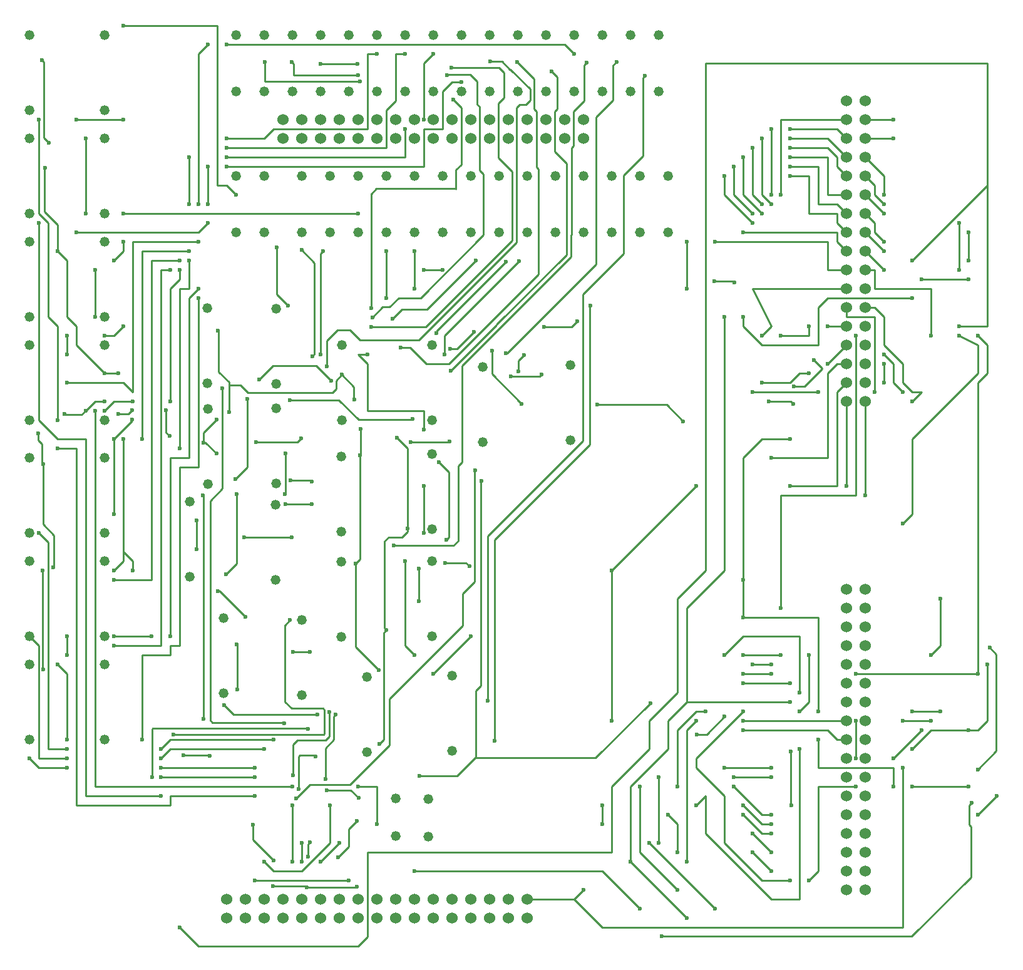
<source format=gbr>
G04 #@! TF.FileFunction,Copper,L2,Bot,Signal*
%FSLAX46Y46*%
G04 Gerber Fmt 4.6, Leading zero omitted, Abs format (unit mm)*
G04 Created by KiCad (PCBNEW 4.0.4-stable) date 01/02/17 01:37:36*
%MOMM*%
%LPD*%
G01*
G04 APERTURE LIST*
%ADD10C,0.100000*%
%ADD11C,1.320800*%
%ADD12C,1.530000*%
%ADD13C,0.600000*%
%ADD14C,0.250000*%
G04 APERTURE END LIST*
D10*
D11*
X111810800Y-142570200D03*
X111810800Y-147650200D03*
X116179600Y-142697200D03*
X116179600Y-147777200D03*
D12*
X137160000Y-50800000D03*
X137160000Y-53340000D03*
X134620000Y-50800000D03*
X134620000Y-53340000D03*
X132080000Y-50800000D03*
X132080000Y-53340000D03*
X129540000Y-50800000D03*
X129540000Y-53340000D03*
X127000000Y-50800000D03*
X127000000Y-53340000D03*
X124460000Y-50800000D03*
X124460000Y-53340000D03*
X121920000Y-50800000D03*
X121920000Y-53340000D03*
X119380000Y-50800000D03*
X119380000Y-53340000D03*
X116840000Y-50800000D03*
X116840000Y-53340000D03*
X114300000Y-50800000D03*
X114300000Y-53340000D03*
X111760000Y-50800000D03*
X111760000Y-53340000D03*
X109220000Y-50800000D03*
X109220000Y-53340000D03*
X106680000Y-50800000D03*
X106680000Y-53340000D03*
X104140000Y-50800000D03*
X104140000Y-53340000D03*
X101600000Y-50800000D03*
X101600000Y-53340000D03*
X99060000Y-50800000D03*
X99060000Y-53340000D03*
X96520000Y-50800000D03*
X96520000Y-53340000D03*
X175260000Y-88900000D03*
X172720000Y-88900000D03*
X175260000Y-86360000D03*
X172720000Y-86360000D03*
X175260000Y-83820000D03*
X172720000Y-83820000D03*
X175260000Y-81280000D03*
X172720000Y-81280000D03*
X175260000Y-78740000D03*
X172720000Y-78740000D03*
X175260000Y-76200000D03*
X172720000Y-76200000D03*
X175260000Y-73660000D03*
X172720000Y-73660000D03*
X175260000Y-71120000D03*
X172720000Y-71120000D03*
X175260000Y-68580000D03*
X172720000Y-68580000D03*
X175260000Y-66040000D03*
X172720000Y-66040000D03*
X175260000Y-63500000D03*
X172720000Y-63500000D03*
X175260000Y-60960000D03*
X172720000Y-60960000D03*
X175260000Y-58420000D03*
X172720000Y-58420000D03*
X175260000Y-55880000D03*
X172720000Y-55880000D03*
X175260000Y-53340000D03*
X172720000Y-53340000D03*
X175260000Y-50800000D03*
X172720000Y-50800000D03*
X175260000Y-48260000D03*
X172720000Y-48260000D03*
X175260000Y-154940000D03*
X172720000Y-154940000D03*
X175260000Y-152400000D03*
X172720000Y-152400000D03*
X175260000Y-149860000D03*
X172720000Y-149860000D03*
X175260000Y-147320000D03*
X172720000Y-147320000D03*
X175260000Y-144780000D03*
X172720000Y-144780000D03*
X175260000Y-142240000D03*
X172720000Y-142240000D03*
X175260000Y-139700000D03*
X172720000Y-139700000D03*
X175260000Y-137160000D03*
X172720000Y-137160000D03*
X175260000Y-134620000D03*
X172720000Y-134620000D03*
X175260000Y-132080000D03*
X172720000Y-132080000D03*
X175260000Y-129540000D03*
X172720000Y-129540000D03*
X175260000Y-127000000D03*
X172720000Y-127000000D03*
X175260000Y-124460000D03*
X172720000Y-124460000D03*
X175260000Y-121920000D03*
X172720000Y-121920000D03*
X175260000Y-119380000D03*
X172720000Y-119380000D03*
X175260000Y-116840000D03*
X172720000Y-116840000D03*
X175260000Y-114300000D03*
X172720000Y-114300000D03*
X88900000Y-158750000D03*
X88900000Y-156210000D03*
X91440000Y-158750000D03*
X91440000Y-156210000D03*
X93980000Y-158750000D03*
X93980000Y-156210000D03*
X96520000Y-158750000D03*
X96520000Y-156210000D03*
X99060000Y-158750000D03*
X99060000Y-156210000D03*
X101600000Y-158750000D03*
X101600000Y-156210000D03*
X104140000Y-158750000D03*
X104140000Y-156210000D03*
X106680000Y-158750000D03*
X106680000Y-156210000D03*
X109220000Y-158750000D03*
X109220000Y-156210000D03*
X111760000Y-158750000D03*
X111760000Y-156210000D03*
X114300000Y-158750000D03*
X114300000Y-156210000D03*
X116840000Y-158750000D03*
X116840000Y-156210000D03*
X119380000Y-158750000D03*
X119380000Y-156210000D03*
X121920000Y-158750000D03*
X121920000Y-156210000D03*
X124460000Y-158750000D03*
X124460000Y-156210000D03*
X127000000Y-158750000D03*
X127000000Y-156210000D03*
X129540000Y-158750000D03*
X129540000Y-156210000D03*
D11*
X90170000Y-39370000D03*
X90170000Y-46990000D03*
X93980000Y-66040000D03*
X93980000Y-58420000D03*
X93980000Y-39370000D03*
X93980000Y-46990000D03*
X99060000Y-66040000D03*
X99060000Y-58420000D03*
X97790000Y-39370000D03*
X97790000Y-46990000D03*
X102870000Y-66040000D03*
X102870000Y-58420000D03*
X101600000Y-39370000D03*
X101600000Y-46990000D03*
X106680000Y-66040000D03*
X106680000Y-58420000D03*
X105410000Y-39370000D03*
X105410000Y-46990000D03*
X110490000Y-66040000D03*
X110490000Y-58420000D03*
X109220000Y-39370000D03*
X109220000Y-46990000D03*
X114300000Y-66040000D03*
X114300000Y-58420000D03*
X113030000Y-39370000D03*
X113030000Y-46990000D03*
X118110000Y-66040000D03*
X118110000Y-58420000D03*
X116840000Y-39370000D03*
X116840000Y-46990000D03*
X121920000Y-66040000D03*
X121920000Y-58420000D03*
X120650000Y-39370000D03*
X120650000Y-46990000D03*
X125730000Y-66040000D03*
X125730000Y-58420000D03*
X124460000Y-39370000D03*
X124460000Y-46990000D03*
X129540000Y-66040000D03*
X129540000Y-58420000D03*
X128270000Y-39370000D03*
X128270000Y-46990000D03*
X133350000Y-66040000D03*
X133350000Y-58420000D03*
X132080000Y-39370000D03*
X132080000Y-46990000D03*
X137160000Y-66040000D03*
X137160000Y-58420000D03*
X135890000Y-39370000D03*
X135890000Y-46990000D03*
X140970000Y-66040000D03*
X140970000Y-58420000D03*
X139700000Y-39370000D03*
X139700000Y-46990000D03*
X144780000Y-66040000D03*
X144780000Y-58420000D03*
X143510000Y-39370000D03*
X143510000Y-46990000D03*
X148590000Y-66040000D03*
X148590000Y-58420000D03*
X147320000Y-39370000D03*
X147320000Y-46990000D03*
X107873800Y-126187200D03*
X107873800Y-136347200D03*
X119405400Y-125984000D03*
X119405400Y-136144000D03*
X123520200Y-84302600D03*
X123520200Y-94462600D03*
X135407400Y-94183200D03*
X135407400Y-84023200D03*
X104394000Y-110617000D03*
X104394000Y-120777000D03*
X116713000Y-110490000D03*
X116713000Y-120650000D03*
X62230000Y-91440000D03*
X62230000Y-81280000D03*
X72390000Y-81280000D03*
X72390000Y-91440000D03*
X104394000Y-96393000D03*
X104394000Y-106553000D03*
X116713000Y-96012000D03*
X116713000Y-106172000D03*
X104495600Y-81280000D03*
X104495600Y-91440000D03*
X116687600Y-91440000D03*
X116687600Y-81280000D03*
X88519000Y-118237000D03*
X88519000Y-128397000D03*
X99060000Y-118491000D03*
X99060000Y-128651000D03*
X62230000Y-67310000D03*
X62230000Y-77470000D03*
X72390000Y-67310000D03*
X72390000Y-77470000D03*
X62230000Y-96520000D03*
X62230000Y-106680000D03*
X72390000Y-106680000D03*
X72390000Y-96520000D03*
X62230000Y-110490000D03*
X62230000Y-120650000D03*
X72390000Y-110490000D03*
X72390000Y-120650000D03*
X62230000Y-124460000D03*
X62230000Y-134620000D03*
X72390000Y-124460000D03*
X72390000Y-134620000D03*
X62230000Y-53340000D03*
X62230000Y-63500000D03*
X72390000Y-53340000D03*
X72390000Y-63500000D03*
X86385400Y-89941400D03*
X86385400Y-100101400D03*
X95605600Y-89865200D03*
X95605600Y-100025200D03*
X83947000Y-102514400D03*
X83947000Y-112674400D03*
X95554800Y-102870000D03*
X95554800Y-113030000D03*
X86309200Y-76276200D03*
X86309200Y-86436200D03*
X95605600Y-86588600D03*
X95605600Y-76428600D03*
X62230000Y-39370000D03*
X62230000Y-49530000D03*
X72390000Y-49530000D03*
X72390000Y-39370000D03*
X90170000Y-66040000D03*
X90170000Y-58420000D03*
D13*
X102489000Y-141503400D03*
X106756200Y-142544800D03*
X98653600Y-141325600D03*
X100914200Y-136956800D03*
X97790000Y-140970000D03*
X71120000Y-90170000D03*
X102260400Y-139954000D03*
X103682800Y-131241800D03*
X97866200Y-139446000D03*
X102819200Y-130911600D03*
X101219000Y-131241800D03*
X88595200Y-129971800D03*
X99923600Y-133172200D03*
X78841600Y-139750800D03*
X95250000Y-134620000D03*
X80010000Y-135890000D03*
X67310000Y-135890000D03*
X63500000Y-106680000D03*
X80010000Y-137160000D03*
X67310000Y-137160000D03*
X93980000Y-135890000D03*
X92710000Y-138430000D03*
X80010000Y-138430000D03*
X67310000Y-138430000D03*
X62230000Y-137160000D03*
X92710000Y-139700000D03*
X80010000Y-139700000D03*
X80010000Y-142240000D03*
X63500000Y-64770000D03*
X85775800Y-131851400D03*
X85699600Y-101650800D03*
X88366600Y-87147400D03*
X96748600Y-132410200D03*
X92710000Y-142240000D03*
X66040000Y-95250000D03*
X66040000Y-91440000D03*
X63500000Y-50800000D03*
X103987600Y-150545800D03*
X106553000Y-145669000D03*
X146202400Y-129717800D03*
X152501600Y-133934200D03*
X156210000Y-131546600D03*
X131826000Y-78892400D03*
X136296400Y-78130400D03*
X154889200Y-72694800D03*
X157581600Y-72821800D03*
X123367800Y-99720400D03*
X115036600Y-139573000D03*
X109575600Y-135229600D03*
X128828800Y-89281000D03*
X124790200Y-82067400D03*
X122351800Y-79552800D03*
X119176800Y-81813400D03*
X110540800Y-119862600D03*
X113360200Y-106121200D03*
X111937800Y-93878400D03*
X103047800Y-86131400D03*
X93294200Y-86004400D03*
X90398600Y-127914400D03*
X90271600Y-121767600D03*
X83058000Y-136728200D03*
X86639400Y-136855200D03*
X90297000Y-101473000D03*
X88798400Y-112318800D03*
X90068400Y-99466400D03*
X91694000Y-88620600D03*
X76123800Y-91363800D03*
X67310000Y-134620000D03*
X66040000Y-124460000D03*
X67310000Y-120650000D03*
X67310000Y-123190000D03*
X73660000Y-104140000D03*
X73660000Y-93980000D03*
X67310000Y-82550000D03*
X67310000Y-80010000D03*
X71120000Y-77470000D03*
X71120000Y-71120000D03*
X69850000Y-53340000D03*
X69850000Y-63500000D03*
X158750000Y-77470000D03*
X181610000Y-74930000D03*
X156210000Y-123190000D03*
X166370000Y-128270000D03*
X140970000Y-111760000D03*
X121920000Y-120650000D03*
X116840000Y-125730000D03*
X114300000Y-123190000D03*
X113030000Y-110490000D03*
X115570000Y-106680000D03*
X115570000Y-100330000D03*
X115570000Y-92710000D03*
X107950000Y-82550000D03*
X106680000Y-140970000D03*
X109220000Y-146050000D03*
X149860000Y-149860000D03*
X148590000Y-144780000D03*
X139700000Y-146050000D03*
X139700000Y-143510000D03*
X140970000Y-132080000D03*
X152400000Y-100330000D03*
X189661800Y-143230600D03*
X147751800Y-161213800D03*
X165277800Y-143560800D03*
X165176200Y-136220200D03*
X190500000Y-138684000D03*
X192100200Y-122199400D03*
X127330200Y-85547200D03*
X131521200Y-85267800D03*
X139039600Y-89382600D03*
X150672800Y-91617800D03*
X162229800Y-88925400D03*
X165506400Y-89230200D03*
X165633400Y-86918800D03*
X168325800Y-83362800D03*
X109499400Y-125272800D03*
X106375200Y-110845600D03*
X106222800Y-88696800D03*
X107035600Y-92659200D03*
X106984800Y-96215200D03*
X106527600Y-154533600D03*
X104521000Y-85318600D03*
X92481400Y-146151600D03*
X95300800Y-151003000D03*
X95173800Y-154457400D03*
X99796600Y-154660600D03*
X99949000Y-150495000D03*
X100203000Y-148564600D03*
X84861400Y-105054400D03*
X84861400Y-108940600D03*
X87706200Y-114604800D03*
X91440000Y-118084600D03*
X87757000Y-79375000D03*
X89230200Y-90347800D03*
X87528400Y-95935800D03*
X87604600Y-91363800D03*
X85801200Y-94488000D03*
X81229200Y-93624400D03*
X80746600Y-90144600D03*
X76123800Y-90119200D03*
X74295000Y-90652600D03*
X74295000Y-85115400D03*
X64135000Y-125196600D03*
X64058800Y-111760000D03*
X65455800Y-111404400D03*
X64084200Y-97434400D03*
X63474600Y-93268800D03*
X66954400Y-90652600D03*
X64389000Y-57353200D03*
X64846200Y-54000400D03*
X63906400Y-42799000D03*
X66040000Y-68580000D03*
X72390000Y-85090000D03*
X72390000Y-88900000D03*
X69850000Y-90170000D03*
X114909600Y-111531400D03*
X114884200Y-115900200D03*
X118491000Y-110769400D03*
X121742200Y-111226600D03*
X117627400Y-97155000D03*
X118643400Y-107645200D03*
X97434400Y-88747600D03*
X114071400Y-91338400D03*
X81762600Y-133985000D03*
X97510600Y-118516400D03*
X96901000Y-102793800D03*
X100406200Y-102844600D03*
X96901000Y-95935800D03*
X96774000Y-101473000D03*
X73660000Y-111760000D03*
X74930000Y-93980000D03*
X76200000Y-111760000D03*
X72390000Y-80010000D03*
X74930000Y-78740000D03*
X124256800Y-129362200D03*
X145440400Y-44932600D03*
X125171200Y-134797800D03*
X138125200Y-75971400D03*
X126644400Y-82372200D03*
X141630400Y-43027600D03*
X128371600Y-84861400D03*
X129133600Y-82651600D03*
X111556800Y-108407200D03*
X137617200Y-43103800D03*
X67310000Y-86360000D03*
X85090000Y-67310000D03*
X85090000Y-62230000D03*
X86360000Y-40640000D03*
X88900000Y-40640000D03*
X135890000Y-41910000D03*
X113817400Y-94411800D03*
X119075200Y-94386400D03*
X119253000Y-84785200D03*
X132867400Y-44348400D03*
X112471200Y-81661000D03*
X128244600Y-43078400D03*
X97866200Y-122834400D03*
X100177600Y-122809000D03*
X102438200Y-84201000D03*
X124536200Y-42976800D03*
X68580000Y-66040000D03*
X86360000Y-64770000D03*
X86360000Y-62230000D03*
X86360000Y-57150000D03*
X88900000Y-57150000D03*
X120650000Y-45720000D03*
X77470000Y-93980000D03*
X83820000Y-68580000D03*
X83820000Y-62230000D03*
X83820000Y-55880000D03*
X88900000Y-55880000D03*
X113030000Y-52070000D03*
X115570000Y-50800000D03*
X116840000Y-41910000D03*
X73660000Y-113030000D03*
X82550000Y-69850000D03*
X88900000Y-54610000D03*
X113030000Y-41910000D03*
X73660000Y-121920000D03*
X81280000Y-71120000D03*
X88900000Y-53340000D03*
X109220000Y-41910000D03*
X68580000Y-50800000D03*
X74930000Y-50800000D03*
X92862400Y-94437200D03*
X99009200Y-93929200D03*
X108508800Y-78841600D03*
X119354600Y-43764200D03*
X106629200Y-43307000D03*
X101600000Y-43307000D03*
X91262200Y-107340400D03*
X97688400Y-107289600D03*
X108635800Y-77571600D03*
X118694200Y-44805600D03*
X106680000Y-44805600D03*
X97739200Y-43078400D03*
X108458000Y-76276200D03*
X119583200Y-48158400D03*
X106959400Y-45643800D03*
X94056200Y-43027600D03*
X74930000Y-38100000D03*
X90170000Y-60960000D03*
X95681800Y-68072000D03*
X97180400Y-75946000D03*
X100482400Y-82804000D03*
X99085400Y-68453000D03*
X97561400Y-99568000D03*
X100406200Y-99745800D03*
X101650800Y-82600800D03*
X101930200Y-68630800D03*
X74930000Y-63500000D03*
X106680000Y-63500000D03*
X85090000Y-74930000D03*
X110490000Y-74930000D03*
X77470000Y-134620000D03*
X110490000Y-68580000D03*
X73660000Y-120650000D03*
X78740000Y-120650000D03*
X81280000Y-120650000D03*
X85090000Y-73660000D03*
X114300000Y-73660000D03*
X114300000Y-68580000D03*
X82550000Y-95250000D03*
X83820000Y-69850000D03*
X74930000Y-67310000D03*
X73660000Y-69850000D03*
X111379000Y-77749400D03*
X122656600Y-69850000D03*
X117322600Y-79679800D03*
X126720600Y-70078600D03*
X118389400Y-82600800D03*
X128473200Y-69951600D03*
X118110000Y-71120000D03*
X115570000Y-71120000D03*
X82550000Y-71120000D03*
X81280000Y-88900000D03*
X76200000Y-88900000D03*
X72390000Y-90170000D03*
X175260000Y-101600000D03*
X172720000Y-100330000D03*
X165100000Y-100330000D03*
X177800000Y-83820000D03*
X177800000Y-86360000D03*
X162560000Y-96520000D03*
X177800000Y-82550000D03*
X180340000Y-87630000D03*
X170180000Y-83820000D03*
X167640000Y-85090000D03*
X161290000Y-86360000D03*
X170180000Y-78740000D03*
X167640000Y-78740000D03*
X163830000Y-80010000D03*
X176530000Y-87630000D03*
X168910000Y-87630000D03*
X160020000Y-87630000D03*
X161290000Y-80010000D03*
X154940000Y-67310000D03*
X151130000Y-67310000D03*
X151130000Y-73660000D03*
X158750000Y-66040000D03*
X165100000Y-58420000D03*
X156210000Y-58420000D03*
X160020000Y-64770000D03*
X165100000Y-57150000D03*
X157480000Y-57150000D03*
X160020000Y-63500000D03*
X165100000Y-55880000D03*
X158750000Y-55880000D03*
X161290000Y-63500000D03*
X165100000Y-54610000D03*
X160020000Y-54610000D03*
X161290000Y-62230000D03*
X165100000Y-53340000D03*
X161290000Y-53340000D03*
X162560000Y-62230000D03*
X165100000Y-52070000D03*
X162560000Y-52070000D03*
X162560000Y-60960000D03*
X163830000Y-60960000D03*
X181610000Y-88900000D03*
X184150000Y-80010000D03*
X177800000Y-71120000D03*
X177800000Y-68580000D03*
X177800000Y-67310000D03*
X177800000Y-63500000D03*
X177800000Y-62230000D03*
X177800000Y-60960000D03*
X179070000Y-53340000D03*
X187960000Y-64770000D03*
X187960000Y-71120000D03*
X179070000Y-50800000D03*
X189230000Y-66040000D03*
X189230000Y-69850000D03*
X179070000Y-137160000D03*
X182880000Y-133350000D03*
X180340000Y-132080000D03*
X184150000Y-132080000D03*
X181610000Y-130810000D03*
X185420000Y-130810000D03*
X162560000Y-152400000D03*
X160020000Y-149860000D03*
X162560000Y-149860000D03*
X160020000Y-147320000D03*
X162560000Y-147320000D03*
X158750000Y-144780000D03*
X162560000Y-146050000D03*
X158750000Y-143510000D03*
X162560000Y-144780000D03*
X157480000Y-140970000D03*
X162560000Y-139700000D03*
X157480000Y-139700000D03*
X162560000Y-138430000D03*
X156210000Y-138430000D03*
X158750000Y-133350000D03*
X158750000Y-132080000D03*
X173990000Y-132080000D03*
X173990000Y-137160000D03*
X173990000Y-140970000D03*
X167640000Y-153670000D03*
X165100000Y-153670000D03*
X158750000Y-130810000D03*
X158750000Y-127000000D03*
X165100000Y-127000000D03*
X158750000Y-125730000D03*
X162560000Y-125730000D03*
X158750000Y-123190000D03*
X163830000Y-123190000D03*
X160020000Y-124460000D03*
X162560000Y-124460000D03*
X105410000Y-153670000D03*
X92710000Y-153670000D03*
X99060000Y-151130000D03*
X99060000Y-148590000D03*
X102870000Y-143510000D03*
X93980000Y-151130000D03*
X97790000Y-143510000D03*
X97790000Y-151130000D03*
X104140000Y-148590000D03*
X101600000Y-151130000D03*
X82550000Y-160020000D03*
X187960000Y-78740000D03*
X181610000Y-69850000D03*
X185420000Y-115570000D03*
X184150000Y-123190000D03*
X167640000Y-123190000D03*
X166370000Y-130810000D03*
X114300000Y-152400000D03*
X144780000Y-157480000D03*
X151130000Y-151130000D03*
X152400000Y-132080000D03*
X137160000Y-154940000D03*
X147320000Y-148590000D03*
X147320000Y-139700000D03*
X180340000Y-105410000D03*
X187960000Y-80010000D03*
X180340000Y-138430000D03*
X149860000Y-154940000D03*
X144780000Y-140970000D03*
X189230000Y-72390000D03*
X182880000Y-72390000D03*
X190500000Y-80010000D03*
X190500000Y-125730000D03*
X173990000Y-125730000D03*
X193040000Y-142240000D03*
X190500000Y-144780000D03*
X154940000Y-157480000D03*
X146050000Y-148590000D03*
X165100000Y-93980000D03*
X158750000Y-113030000D03*
X168910000Y-130810000D03*
X158750000Y-118110000D03*
X168910000Y-134620000D03*
X179070000Y-140970000D03*
X181610000Y-140970000D03*
X189230000Y-140970000D03*
X173990000Y-80010000D03*
X163830000Y-116840000D03*
X153670000Y-130810000D03*
X149860000Y-140970000D03*
X191770000Y-124460000D03*
X166370000Y-135890000D03*
X152400000Y-143510000D03*
X181610000Y-135890000D03*
X189230000Y-133350000D03*
X156210000Y-77470000D03*
X165100000Y-129540000D03*
X151130000Y-158750000D03*
X143510000Y-151130000D03*
X98348800Y-142570200D03*
X122504200Y-98221800D03*
D14*
X105714800Y-141503400D02*
X102489000Y-141503400D01*
X106756200Y-142544800D02*
X105714800Y-141503400D01*
X98653600Y-136956800D02*
X98653600Y-141325600D01*
X98831400Y-136779000D02*
X98653600Y-136956800D01*
X100736400Y-136779000D02*
X98831400Y-136779000D01*
X100914200Y-136956800D02*
X100736400Y-136779000D01*
X71120000Y-140970000D02*
X97790000Y-140970000D01*
X71120000Y-90170000D02*
X71120000Y-140970000D01*
X102260400Y-135839200D02*
X102260400Y-139954000D01*
X103428800Y-134670800D02*
X102260400Y-135839200D01*
X103428800Y-131495800D02*
X103428800Y-134670800D01*
X103682800Y-131241800D02*
X103428800Y-131495800D01*
X97866200Y-135305800D02*
X97866200Y-139446000D01*
X98475800Y-134696200D02*
X97866200Y-135305800D01*
X102336600Y-134696200D02*
X98475800Y-134696200D01*
X102793800Y-134239000D02*
X102336600Y-134696200D01*
X102793800Y-130937000D02*
X102793800Y-134239000D01*
X102819200Y-130911600D02*
X102793800Y-130937000D01*
X89865200Y-131241800D02*
X101219000Y-131241800D01*
X88595200Y-129971800D02*
X89865200Y-131241800D01*
X99847400Y-133096000D02*
X99923600Y-133172200D01*
X78968600Y-133096000D02*
X99847400Y-133096000D01*
X78841600Y-133223000D02*
X78968600Y-133096000D01*
X78841600Y-139750800D02*
X78841600Y-133223000D01*
X81280000Y-134620000D02*
X95250000Y-134620000D01*
X80010000Y-135890000D02*
X81280000Y-134620000D01*
X64770000Y-135890000D02*
X67310000Y-135890000D01*
X64770000Y-107950000D02*
X64770000Y-135890000D01*
X63500000Y-106680000D02*
X64770000Y-107950000D01*
X62230000Y-120650000D02*
X63500000Y-121920000D01*
X63500000Y-137160000D02*
X67310000Y-137160000D01*
X63500000Y-121920000D02*
X63500000Y-137160000D01*
X80010000Y-137160000D02*
X81280000Y-135890000D01*
X81280000Y-135890000D02*
X93980000Y-135890000D01*
X80010000Y-138430000D02*
X92710000Y-138430000D01*
X63500000Y-138430000D02*
X67310000Y-138430000D01*
X62230000Y-137160000D02*
X63500000Y-138430000D01*
X80010000Y-139700000D02*
X92710000Y-139700000D01*
X69850000Y-142240000D02*
X80010000Y-142240000D01*
X69850000Y-93980000D02*
X69850000Y-142240000D01*
X66040000Y-93980000D02*
X69850000Y-93980000D01*
X63500000Y-91440000D02*
X66040000Y-93980000D01*
X63500000Y-64770000D02*
X63500000Y-91440000D01*
X85775800Y-101727000D02*
X85775800Y-131851400D01*
X85699600Y-101650800D02*
X85775800Y-101727000D01*
X88366600Y-100685600D02*
X88366600Y-87147400D01*
X86690200Y-102362000D02*
X88366600Y-100685600D01*
X86690200Y-132029200D02*
X86690200Y-102362000D01*
X86995000Y-132334000D02*
X86690200Y-132029200D01*
X96672400Y-132334000D02*
X86995000Y-132334000D01*
X96748600Y-132410200D02*
X96672400Y-132334000D01*
X81280000Y-142240000D02*
X92710000Y-142240000D01*
X81280000Y-143510000D02*
X81280000Y-142240000D01*
X68580000Y-143510000D02*
X81280000Y-143510000D01*
X68580000Y-95250000D02*
X68580000Y-143510000D01*
X66040000Y-95250000D02*
X68580000Y-95250000D01*
X66040000Y-78740000D02*
X66040000Y-91440000D01*
X64770000Y-77470000D02*
X66040000Y-78740000D01*
X64770000Y-64770000D02*
X64770000Y-77470000D01*
X63500000Y-63500000D02*
X64770000Y-64770000D01*
X63500000Y-50800000D02*
X63500000Y-63500000D01*
X105435400Y-149098000D02*
X103987600Y-150545800D01*
X105435400Y-146786600D02*
X105435400Y-149098000D01*
X106553000Y-145669000D02*
X105435400Y-146786600D01*
X138785600Y-137134600D02*
X122529600Y-137134600D01*
X146202400Y-129717800D02*
X138785600Y-137134600D01*
X153822400Y-133934200D02*
X152501600Y-133934200D01*
X156210000Y-131546600D02*
X153822400Y-133934200D01*
X135534400Y-78892400D02*
X131826000Y-78892400D01*
X136296400Y-78130400D02*
X135534400Y-78892400D01*
X157454600Y-72694800D02*
X154889200Y-72694800D01*
X157581600Y-72821800D02*
X157454600Y-72694800D01*
X123367800Y-99720400D02*
X123291600Y-99796600D01*
X123291600Y-99796600D02*
X123291600Y-127330200D01*
X123291600Y-127330200D02*
X122580400Y-128041400D01*
X122580400Y-128041400D02*
X122580400Y-137083800D01*
X122580400Y-137083800D02*
X122529600Y-137134600D01*
X122529600Y-137134600D02*
X120091200Y-139573000D01*
X120091200Y-139573000D02*
X115036600Y-139573000D01*
X110159800Y-120243600D02*
X110540800Y-119862600D01*
X109575600Y-135229600D02*
X110159800Y-134645400D01*
X110159800Y-134645400D02*
X110159800Y-120243600D01*
X128828800Y-89281000D02*
X124790200Y-85242400D01*
X124790200Y-85242400D02*
X124790200Y-82067400D01*
X122351800Y-79552800D02*
X120091200Y-81813400D01*
X120091200Y-81813400D02*
X119176800Y-81813400D01*
X113360200Y-106578400D02*
X113360200Y-106121200D01*
X112649000Y-107289600D02*
X113360200Y-106578400D01*
X110820200Y-107289600D02*
X112649000Y-107289600D01*
X110261400Y-107848400D02*
X110820200Y-107289600D01*
X110261400Y-119583200D02*
X110261400Y-107848400D01*
X110540800Y-119862600D02*
X110261400Y-119583200D01*
X113360200Y-95300800D02*
X113360200Y-106121200D01*
X111937800Y-93878400D02*
X113360200Y-95300800D01*
X103047800Y-86131400D02*
X101041200Y-84124800D01*
X101041200Y-84124800D02*
X95173800Y-84124800D01*
X95173800Y-84124800D02*
X93294200Y-86004400D01*
X90398600Y-121894600D02*
X90398600Y-127914400D01*
X90271600Y-121767600D02*
X90398600Y-121894600D01*
X86512400Y-136728200D02*
X83058000Y-136728200D01*
X86639400Y-136855200D02*
X86512400Y-136728200D01*
X90297000Y-110820200D02*
X90297000Y-101473000D01*
X88798400Y-112318800D02*
X90297000Y-110820200D01*
X90068400Y-99466400D02*
X91694000Y-97840800D01*
X91694000Y-97840800D02*
X91694000Y-88620600D01*
X76098400Y-91541600D02*
X73660000Y-93980000D01*
X76098400Y-91389200D02*
X76098400Y-91541600D01*
X76123800Y-91363800D02*
X76098400Y-91389200D01*
X67310000Y-125730000D02*
X67310000Y-134620000D01*
X66040000Y-124460000D02*
X67310000Y-125730000D01*
X67310000Y-123190000D02*
X67310000Y-120650000D01*
X73660000Y-93980000D02*
X73660000Y-104140000D01*
X67310000Y-80010000D02*
X67310000Y-82550000D01*
X71120000Y-71120000D02*
X71120000Y-77470000D01*
X69850000Y-53340000D02*
X69850000Y-63500000D01*
X158750000Y-78740000D02*
X158750000Y-77470000D01*
X161290000Y-81280000D02*
X158750000Y-78740000D01*
X168910000Y-81280000D02*
X161290000Y-81280000D01*
X168910000Y-76200000D02*
X168910000Y-81280000D01*
X170180000Y-74930000D02*
X168910000Y-76200000D01*
X181610000Y-74930000D02*
X170180000Y-74930000D01*
X158750000Y-120650000D02*
X156210000Y-123190000D01*
X166370000Y-120650000D02*
X158750000Y-120650000D01*
X166370000Y-128270000D02*
X166370000Y-120650000D01*
X116840000Y-125730000D02*
X121920000Y-120650000D01*
X113030000Y-121920000D02*
X114300000Y-123190000D01*
X113030000Y-110490000D02*
X113030000Y-121920000D01*
X115570000Y-100330000D02*
X115570000Y-106680000D01*
X115570000Y-90170000D02*
X115570000Y-92710000D01*
X107950000Y-90170000D02*
X115570000Y-90170000D01*
X107950000Y-83820000D02*
X107950000Y-90170000D01*
X106680000Y-82550000D02*
X107950000Y-83820000D01*
X107950000Y-82550000D02*
X106680000Y-82550000D01*
X106680000Y-140970000D02*
X109220000Y-140970000D01*
X109220000Y-140970000D02*
X109220000Y-146050000D01*
X149860000Y-146050000D02*
X149860000Y-149860000D01*
X148590000Y-144780000D02*
X149860000Y-146050000D01*
X139700000Y-143510000D02*
X139700000Y-146050000D01*
X140970000Y-111760000D02*
X140970000Y-132080000D01*
X152400000Y-100330000D02*
X140970000Y-111760000D01*
X189661800Y-143230600D02*
X189357000Y-143535400D01*
X189357000Y-143535400D02*
X189357000Y-146177000D01*
X189357000Y-146177000D02*
X189560200Y-146380200D01*
X189560200Y-146380200D02*
X189560200Y-153238200D01*
X189560200Y-153238200D02*
X181584600Y-161213800D01*
X181584600Y-161213800D02*
X147751800Y-161213800D01*
X165277800Y-143560800D02*
X165176200Y-143459200D01*
X165176200Y-143459200D02*
X165176200Y-136220200D01*
X193014600Y-136169400D02*
X190500000Y-138684000D01*
X193014600Y-123113800D02*
X193014600Y-136169400D01*
X192100200Y-122199400D02*
X193014600Y-123113800D01*
X131241800Y-85547200D02*
X127330200Y-85547200D01*
X131521200Y-85267800D02*
X131241800Y-85547200D01*
X148437600Y-89382600D02*
X139039600Y-89382600D01*
X150672800Y-91617800D02*
X148437600Y-89382600D01*
X165201600Y-88925400D02*
X162229800Y-88925400D01*
X165506400Y-89230200D02*
X165201600Y-88925400D01*
X167030400Y-86918800D02*
X165633400Y-86918800D01*
X169418000Y-84531200D02*
X167030400Y-86918800D01*
X169418000Y-84455000D02*
X169418000Y-84531200D01*
X168325800Y-83362800D02*
X169418000Y-84455000D01*
X106375200Y-122148600D02*
X106375200Y-110845600D01*
X109499400Y-125272800D02*
X106375200Y-122148600D01*
X106984800Y-110236000D02*
X106984800Y-96215200D01*
X106375200Y-110845600D02*
X106984800Y-110236000D01*
X106146600Y-86944200D02*
X104521000Y-85318600D01*
X106146600Y-88620600D02*
X106146600Y-86944200D01*
X106222800Y-88696800D02*
X106146600Y-88620600D01*
X107035600Y-96164400D02*
X107035600Y-92659200D01*
X106984800Y-96215200D02*
X107035600Y-96164400D01*
X106400600Y-154660600D02*
X99796600Y-154660600D01*
X106527600Y-154533600D02*
X106400600Y-154660600D01*
X90779600Y-86715600D02*
X89230200Y-86715600D01*
X91795600Y-87731600D02*
X90779600Y-86715600D01*
X103251000Y-87731600D02*
X91795600Y-87731600D01*
X103708200Y-87274400D02*
X103251000Y-87731600D01*
X103708200Y-86131400D02*
X103708200Y-87274400D01*
X104521000Y-85318600D02*
X103708200Y-86131400D01*
X92481400Y-148183600D02*
X92481400Y-146151600D01*
X95300800Y-151003000D02*
X92481400Y-148183600D01*
X99593400Y-154457400D02*
X95173800Y-154457400D01*
X99796600Y-154660600D02*
X99593400Y-154457400D01*
X99949000Y-148818600D02*
X99949000Y-150495000D01*
X100203000Y-148564600D02*
X99949000Y-148818600D01*
X84861400Y-108940600D02*
X84861400Y-105054400D01*
X87960200Y-114604800D02*
X87706200Y-114604800D01*
X91440000Y-118084600D02*
X87960200Y-114604800D01*
X87833200Y-79451200D02*
X87757000Y-79375000D01*
X87833200Y-84937600D02*
X87833200Y-79451200D01*
X89230200Y-86334600D02*
X87833200Y-84937600D01*
X89230200Y-90347800D02*
X89230200Y-86715600D01*
X89230200Y-86715600D02*
X89230200Y-86334600D01*
X86080600Y-94488000D02*
X85801200Y-94488000D01*
X87528400Y-95935800D02*
X86080600Y-94488000D01*
X87604600Y-91363800D02*
X85801200Y-93167200D01*
X85801200Y-93167200D02*
X85801200Y-94488000D01*
X81229200Y-93624400D02*
X80746600Y-93141800D01*
X80746600Y-93141800D02*
X80746600Y-90144600D01*
X76123800Y-90119200D02*
X75590400Y-90652600D01*
X75590400Y-90652600D02*
X74295000Y-90652600D01*
X74295000Y-85115400D02*
X74269600Y-85090000D01*
X74269600Y-85090000D02*
X72390000Y-85090000D01*
X64135000Y-125196600D02*
X64058800Y-125120400D01*
X64058800Y-125120400D02*
X64058800Y-111760000D01*
X64084200Y-105511600D02*
X64084200Y-97434400D01*
X65582800Y-107010200D02*
X64084200Y-105511600D01*
X65582800Y-111277400D02*
X65582800Y-107010200D01*
X65455800Y-111404400D02*
X65582800Y-111277400D01*
X64084200Y-97434400D02*
X63982600Y-97332800D01*
X63982600Y-97332800D02*
X63982600Y-94691200D01*
X63982600Y-94691200D02*
X63474600Y-94183200D01*
X63474600Y-94183200D02*
X63474600Y-93268800D01*
X66954400Y-90652600D02*
X67030600Y-90728800D01*
X67030600Y-90728800D02*
X69291200Y-90728800D01*
X69291200Y-90728800D02*
X69850000Y-90170000D01*
X66040000Y-65049400D02*
X66040000Y-68580000D01*
X64287400Y-63296800D02*
X66040000Y-65049400D01*
X64287400Y-57454800D02*
X64287400Y-63296800D01*
X64389000Y-57353200D02*
X64287400Y-57454800D01*
X64160400Y-53314600D02*
X64846200Y-54000400D01*
X64160400Y-43053000D02*
X64160400Y-53314600D01*
X63906400Y-42799000D02*
X64160400Y-43053000D01*
X66040000Y-68580000D02*
X67310000Y-69850000D01*
X67310000Y-69850000D02*
X67310000Y-77470000D01*
X67310000Y-77470000D02*
X68580000Y-78740000D01*
X68580000Y-78740000D02*
X68580000Y-81280000D01*
X68580000Y-81280000D02*
X72390000Y-85090000D01*
X72390000Y-88900000D02*
X71120000Y-88900000D01*
X71120000Y-88900000D02*
X69850000Y-90170000D01*
X114909600Y-115874800D02*
X114909600Y-111531400D01*
X114884200Y-115900200D02*
X114909600Y-115874800D01*
X121285000Y-110769400D02*
X118491000Y-110769400D01*
X121742200Y-111226600D02*
X121285000Y-110769400D01*
X118948200Y-98475800D02*
X117627400Y-97155000D01*
X118948200Y-107340400D02*
X118948200Y-98475800D01*
X118643400Y-107645200D02*
X118948200Y-107340400D01*
X104114600Y-88747600D02*
X97434400Y-88747600D01*
X106781600Y-91414600D02*
X104114600Y-88747600D01*
X113995200Y-91414600D02*
X106781600Y-91414600D01*
X114071400Y-91338400D02*
X113995200Y-91414600D01*
X102057200Y-133985000D02*
X81762600Y-133985000D01*
X102158800Y-133883400D02*
X102057200Y-133985000D01*
X102158800Y-130683000D02*
X102158800Y-133883400D01*
X101930200Y-130454400D02*
X102158800Y-130683000D01*
X97688400Y-130454400D02*
X101930200Y-130454400D01*
X96824800Y-129590800D02*
X97688400Y-130454400D01*
X96824800Y-119202200D02*
X96824800Y-129590800D01*
X97510600Y-118516400D02*
X96824800Y-119202200D01*
X100355400Y-102793800D02*
X96901000Y-102793800D01*
X100406200Y-102844600D02*
X100355400Y-102793800D01*
X96901000Y-101346000D02*
X96901000Y-95935800D01*
X96774000Y-101473000D02*
X96901000Y-101346000D01*
X74930000Y-110490000D02*
X74930000Y-109220000D01*
X73660000Y-111760000D02*
X74930000Y-110490000D01*
X74930000Y-93980000D02*
X74930000Y-105410000D01*
X74930000Y-105410000D02*
X74930000Y-109220000D01*
X74930000Y-109220000D02*
X76200000Y-110490000D01*
X76200000Y-110490000D02*
X76200000Y-111760000D01*
X73660000Y-80010000D02*
X72390000Y-80010000D01*
X74930000Y-78740000D02*
X73660000Y-80010000D01*
X124256800Y-107111800D02*
X124256800Y-129362200D01*
X137134600Y-94234000D02*
X124256800Y-107111800D01*
X137134600Y-74422000D02*
X137134600Y-94234000D01*
X142570200Y-68986400D02*
X137134600Y-74422000D01*
X142570200Y-58343800D02*
X142570200Y-68986400D01*
X145211800Y-55702200D02*
X142570200Y-58343800D01*
X145211800Y-45161200D02*
X145211800Y-55702200D01*
X145440400Y-44932600D02*
X145211800Y-45161200D01*
X125171200Y-107670600D02*
X125171200Y-134797800D01*
X138049000Y-94792800D02*
X125171200Y-107670600D01*
X138049000Y-76047600D02*
X138049000Y-94792800D01*
X138125200Y-75971400D02*
X138049000Y-76047600D01*
X126873000Y-82372200D02*
X126644400Y-82372200D01*
X138887200Y-70358000D02*
X126873000Y-82372200D01*
X138887200Y-63957200D02*
X138887200Y-70358000D01*
X138912600Y-63931800D02*
X138887200Y-63957200D01*
X138912600Y-50469800D02*
X138912600Y-63931800D01*
X141198600Y-48183800D02*
X138912600Y-50469800D01*
X141198600Y-43459400D02*
X141198600Y-48183800D01*
X141630400Y-43027600D02*
X141198600Y-43459400D01*
X128371600Y-83413600D02*
X128371600Y-84861400D01*
X129133600Y-82651600D02*
X128371600Y-83413600D01*
X119608600Y-108407200D02*
X111556800Y-108407200D01*
X120243600Y-107772200D02*
X119608600Y-108407200D01*
X120243600Y-97663000D02*
X120243600Y-107772200D01*
X120751600Y-97155000D02*
X120243600Y-97663000D01*
X120751600Y-84124800D02*
X120751600Y-97155000D01*
X129286000Y-75590400D02*
X120751600Y-84124800D01*
X135483600Y-69392800D02*
X129286000Y-75590400D01*
X135483600Y-66446400D02*
X135483600Y-69392800D01*
X135559800Y-66370200D02*
X135483600Y-66446400D01*
X135559800Y-54660800D02*
X135559800Y-66370200D01*
X135839200Y-54381400D02*
X135559800Y-54660800D01*
X135839200Y-49758600D02*
X135839200Y-54381400D01*
X137287000Y-48310800D02*
X135839200Y-49758600D01*
X137287000Y-43434000D02*
X137287000Y-48310800D01*
X137617200Y-43103800D02*
X137287000Y-43434000D01*
X74930000Y-86360000D02*
X67310000Y-86360000D01*
X76200000Y-87630000D02*
X74930000Y-86360000D01*
X76200000Y-67310000D02*
X76200000Y-87630000D01*
X85090000Y-67310000D02*
X76200000Y-67310000D01*
X85090000Y-41910000D02*
X85090000Y-62230000D01*
X86360000Y-40640000D02*
X85090000Y-41910000D01*
X134620000Y-40640000D02*
X88900000Y-40640000D01*
X135890000Y-41910000D02*
X134620000Y-40640000D01*
X119049800Y-94411800D02*
X113817400Y-94411800D01*
X119075200Y-94386400D02*
X119049800Y-94411800D01*
X125425200Y-78613000D02*
X119253000Y-84785200D01*
X125425200Y-78536800D02*
X125425200Y-78613000D01*
X134874000Y-69088000D02*
X125425200Y-78536800D01*
X134874000Y-56718200D02*
X134874000Y-69088000D01*
X133324600Y-55168800D02*
X134874000Y-56718200D01*
X133324600Y-49707800D02*
X133324600Y-55168800D01*
X133629400Y-49403000D02*
X133324600Y-49707800D01*
X133629400Y-45110400D02*
X133629400Y-49403000D01*
X132867400Y-44348400D02*
X133629400Y-45110400D01*
X113715800Y-81661000D02*
X112471200Y-81661000D01*
X115925600Y-83870800D02*
X113715800Y-81661000D01*
X118948200Y-83870800D02*
X115925600Y-83870800D01*
X131114800Y-71704200D02*
X118948200Y-83870800D01*
X131114800Y-57531000D02*
X131114800Y-71704200D01*
X130810000Y-57226200D02*
X131114800Y-57531000D01*
X130810000Y-49733200D02*
X130810000Y-57226200D01*
X130479800Y-49403000D02*
X130810000Y-49733200D01*
X130479800Y-45313600D02*
X130479800Y-49403000D01*
X128244600Y-43078400D02*
X130479800Y-45313600D01*
X100152200Y-122834400D02*
X97866200Y-122834400D01*
X100177600Y-122809000D02*
X100152200Y-122834400D01*
X102438200Y-80695800D02*
X102438200Y-84201000D01*
X103886000Y-79248000D02*
X102438200Y-80695800D01*
X105587800Y-79248000D02*
X103886000Y-79248000D01*
X106959400Y-80619600D02*
X105587800Y-79248000D01*
X114909600Y-80619600D02*
X106959400Y-80619600D01*
X128143000Y-67386200D02*
X114909600Y-80619600D01*
X128143000Y-49199800D02*
X128143000Y-67386200D01*
X128574800Y-48768000D02*
X128143000Y-49199800D01*
X129387600Y-48768000D02*
X128574800Y-48768000D01*
X129946400Y-48209200D02*
X129387600Y-48768000D01*
X129946400Y-46710600D02*
X129946400Y-48209200D01*
X127254000Y-44018200D02*
X129946400Y-46710600D01*
X127203200Y-44018200D02*
X127254000Y-44018200D01*
X126161800Y-42976800D02*
X127203200Y-44018200D01*
X124536200Y-42976800D02*
X126161800Y-42976800D01*
X85090000Y-66040000D02*
X68580000Y-66040000D01*
X86360000Y-64770000D02*
X85090000Y-66040000D01*
X86360000Y-57150000D02*
X86360000Y-62230000D01*
X115570000Y-57150000D02*
X88900000Y-57150000D01*
X115570000Y-52070000D02*
X115570000Y-57150000D01*
X118110000Y-52070000D02*
X115570000Y-52070000D01*
X118110000Y-46990000D02*
X118110000Y-52070000D01*
X119380000Y-45720000D02*
X118110000Y-46990000D01*
X120650000Y-45720000D02*
X119380000Y-45720000D01*
X77470000Y-68580000D02*
X77470000Y-93980000D01*
X83820000Y-68580000D02*
X77470000Y-68580000D01*
X83820000Y-55880000D02*
X83820000Y-62230000D01*
X113030000Y-55880000D02*
X88900000Y-55880000D01*
X113030000Y-52070000D02*
X113030000Y-55880000D01*
X115570000Y-43180000D02*
X115570000Y-50800000D01*
X116840000Y-41910000D02*
X115570000Y-43180000D01*
X78740000Y-113030000D02*
X73660000Y-113030000D01*
X78740000Y-69850000D02*
X78740000Y-113030000D01*
X82550000Y-69850000D02*
X78740000Y-69850000D01*
X110490000Y-54610000D02*
X88900000Y-54610000D01*
X110490000Y-49530000D02*
X110490000Y-54610000D01*
X111760000Y-48260000D02*
X110490000Y-49530000D01*
X111760000Y-41910000D02*
X111760000Y-48260000D01*
X113030000Y-41910000D02*
X111760000Y-41910000D01*
X80010000Y-121920000D02*
X73660000Y-121920000D01*
X80010000Y-71120000D02*
X80010000Y-121920000D01*
X81280000Y-71120000D02*
X80010000Y-71120000D01*
X93980000Y-53340000D02*
X88900000Y-53340000D01*
X95250000Y-52070000D02*
X93980000Y-53340000D01*
X107950000Y-52070000D02*
X95250000Y-52070000D01*
X107950000Y-41910000D02*
X107950000Y-52070000D01*
X109220000Y-41910000D02*
X107950000Y-41910000D01*
X74930000Y-50800000D02*
X68580000Y-50800000D01*
X98501200Y-94437200D02*
X92862400Y-94437200D01*
X99009200Y-93929200D02*
X98501200Y-94437200D01*
X115849400Y-78841600D02*
X108508800Y-78841600D01*
X127508000Y-67183000D02*
X115849400Y-78841600D01*
X127508000Y-57835800D02*
X127508000Y-67183000D01*
X125679200Y-56007000D02*
X127508000Y-57835800D01*
X125679200Y-48615600D02*
X125679200Y-56007000D01*
X126390400Y-47904400D02*
X125679200Y-48615600D01*
X126390400Y-44475400D02*
X126390400Y-47904400D01*
X125730000Y-43815000D02*
X126390400Y-44475400D01*
X119405400Y-43815000D02*
X125730000Y-43815000D01*
X119354600Y-43764200D02*
X119405400Y-43815000D01*
X101600000Y-43307000D02*
X106629200Y-43307000D01*
X97637600Y-107340400D02*
X91262200Y-107340400D01*
X97688400Y-107289600D02*
X97637600Y-107340400D01*
X110032800Y-76174600D02*
X108635800Y-77571600D01*
X110972600Y-76174600D02*
X110032800Y-76174600D01*
X112166400Y-74980800D02*
X110972600Y-76174600D01*
X115138200Y-74980800D02*
X112166400Y-74980800D01*
X123672600Y-66446400D02*
X115138200Y-74980800D01*
X123672600Y-58166000D02*
X123672600Y-66446400D01*
X123164600Y-57658000D02*
X123672600Y-58166000D01*
X123164600Y-49123600D02*
X123164600Y-57658000D01*
X122758200Y-48717200D02*
X123164600Y-49123600D01*
X122758200Y-45643800D02*
X122758200Y-48717200D01*
X121869200Y-44754800D02*
X122758200Y-45643800D01*
X118745000Y-44754800D02*
X121869200Y-44754800D01*
X118694200Y-44805600D02*
X118745000Y-44754800D01*
X97993200Y-44805600D02*
X106680000Y-44805600D01*
X97967800Y-44780200D02*
X97993200Y-44805600D01*
X97967800Y-43307000D02*
X97967800Y-44780200D01*
X97739200Y-43078400D02*
X97967800Y-43307000D01*
X108458000Y-60909200D02*
X108458000Y-76276200D01*
X109194600Y-60172600D02*
X108458000Y-60909200D01*
X119888000Y-60172600D02*
X109194600Y-60172600D01*
X119913400Y-60198000D02*
X119888000Y-60172600D01*
X119913400Y-57632600D02*
X119913400Y-60198000D01*
X120650000Y-56896000D02*
X119913400Y-57632600D01*
X120650000Y-49225200D02*
X120650000Y-56896000D01*
X119583200Y-48158400D02*
X120650000Y-49225200D01*
X94107000Y-45643800D02*
X106959400Y-45643800D01*
X94056200Y-45593000D02*
X94107000Y-45643800D01*
X94056200Y-43027600D02*
X94056200Y-45593000D01*
X87630000Y-38100000D02*
X74930000Y-38100000D01*
X87630000Y-59690000D02*
X87630000Y-38100000D01*
X88900000Y-59690000D02*
X87630000Y-59690000D01*
X90170000Y-60960000D02*
X88900000Y-59690000D01*
X95681800Y-74447400D02*
X95681800Y-68072000D01*
X97180400Y-75946000D02*
X95681800Y-74447400D01*
X100812600Y-82473800D02*
X100482400Y-82804000D01*
X100812600Y-70180200D02*
X100812600Y-82473800D01*
X99085400Y-68453000D02*
X100812600Y-70180200D01*
X100228400Y-99568000D02*
X97561400Y-99568000D01*
X100406200Y-99745800D02*
X100228400Y-99568000D01*
X101650800Y-68910200D02*
X101650800Y-82600800D01*
X101930200Y-68630800D02*
X101650800Y-68910200D01*
X106680000Y-63500000D02*
X74930000Y-63500000D01*
X85090000Y-97790000D02*
X82550000Y-97790000D01*
X85090000Y-74930000D02*
X85090000Y-97790000D01*
X110490000Y-68580000D02*
X110490000Y-74930000D01*
X77470000Y-123190000D02*
X77470000Y-134620000D01*
X81280000Y-123190000D02*
X77470000Y-123190000D01*
X81280000Y-121920000D02*
X81280000Y-123190000D01*
X82550000Y-121920000D02*
X81280000Y-121920000D01*
X82550000Y-97790000D02*
X82550000Y-121920000D01*
X78740000Y-120650000D02*
X73660000Y-120650000D01*
X81280000Y-96520000D02*
X81280000Y-120650000D01*
X83820000Y-96520000D02*
X81280000Y-96520000D01*
X83820000Y-74930000D02*
X83820000Y-96520000D01*
X85090000Y-73660000D02*
X83820000Y-74930000D01*
X114300000Y-68580000D02*
X114300000Y-73660000D01*
X82550000Y-73660000D02*
X82550000Y-95250000D01*
X83820000Y-73660000D02*
X82550000Y-73660000D01*
X83820000Y-69850000D02*
X83820000Y-73660000D01*
X74930000Y-68580000D02*
X74930000Y-67310000D01*
X73660000Y-69850000D02*
X74930000Y-68580000D01*
X112649000Y-76479400D02*
X111379000Y-77749400D01*
X116027200Y-76479400D02*
X112649000Y-76479400D01*
X122656600Y-69850000D02*
X116027200Y-76479400D01*
X117322600Y-79476600D02*
X117322600Y-79679800D01*
X126720600Y-70078600D02*
X117322600Y-79476600D01*
X118389400Y-80035400D02*
X118389400Y-82600800D01*
X128473200Y-69951600D02*
X118389400Y-80035400D01*
X115570000Y-71120000D02*
X118110000Y-71120000D01*
X82550000Y-72390000D02*
X82550000Y-71120000D01*
X81280000Y-73660000D02*
X82550000Y-72390000D01*
X81280000Y-88900000D02*
X81280000Y-73660000D01*
X73660000Y-88900000D02*
X76200000Y-88900000D01*
X72390000Y-90170000D02*
X73660000Y-88900000D01*
X175260000Y-101600000D02*
X175260000Y-88900000D01*
X172720000Y-100330000D02*
X172720000Y-88900000D01*
X171450000Y-87630000D02*
X172720000Y-86360000D01*
X171450000Y-100330000D02*
X171450000Y-87630000D01*
X165100000Y-100330000D02*
X171450000Y-100330000D01*
X177800000Y-86360000D02*
X177800000Y-83820000D01*
X171450000Y-83820000D02*
X172720000Y-83820000D01*
X170180000Y-85090000D02*
X171450000Y-83820000D01*
X170180000Y-96520000D02*
X170180000Y-85090000D01*
X162560000Y-96520000D02*
X170180000Y-96520000D01*
X179070000Y-83820000D02*
X177800000Y-82550000D01*
X179070000Y-86360000D02*
X179070000Y-83820000D01*
X180340000Y-87630000D02*
X179070000Y-86360000D01*
X170180000Y-83820000D02*
X172720000Y-81280000D01*
X166370000Y-85090000D02*
X167640000Y-85090000D01*
X165100000Y-86360000D02*
X166370000Y-85090000D01*
X161290000Y-86360000D02*
X165100000Y-86360000D01*
X170180000Y-78740000D02*
X172720000Y-78740000D01*
X167640000Y-80010000D02*
X167640000Y-78740000D01*
X163830000Y-80010000D02*
X167640000Y-80010000D01*
X172720000Y-77470000D02*
X172720000Y-76200000D01*
X176530000Y-77470000D02*
X172720000Y-77470000D01*
X176530000Y-87630000D02*
X176530000Y-77470000D01*
X160020000Y-87630000D02*
X168910000Y-87630000D01*
X160020000Y-73660000D02*
X172720000Y-73660000D01*
X162560000Y-78740000D02*
X160020000Y-73660000D01*
X161290000Y-80010000D02*
X162560000Y-78740000D01*
X170180000Y-71120000D02*
X172720000Y-71120000D01*
X170180000Y-67310000D02*
X170180000Y-71120000D01*
X154940000Y-67310000D02*
X170180000Y-67310000D01*
X151130000Y-73660000D02*
X151130000Y-67310000D01*
X171450000Y-67310000D02*
X172720000Y-68580000D01*
X171450000Y-66040000D02*
X171450000Y-67310000D01*
X158750000Y-66040000D02*
X171450000Y-66040000D01*
X171450000Y-64770000D02*
X172720000Y-66040000D01*
X171450000Y-63500000D02*
X171450000Y-64770000D01*
X167640000Y-63500000D02*
X171450000Y-63500000D01*
X167640000Y-58420000D02*
X167640000Y-63500000D01*
X165100000Y-58420000D02*
X167640000Y-58420000D01*
X156210000Y-60960000D02*
X156210000Y-58420000D01*
X160020000Y-64770000D02*
X156210000Y-60960000D01*
X171450000Y-62230000D02*
X172720000Y-63500000D01*
X168910000Y-62230000D02*
X171450000Y-62230000D01*
X168910000Y-57150000D02*
X168910000Y-62230000D01*
X165100000Y-57150000D02*
X168910000Y-57150000D01*
X157480000Y-60960000D02*
X157480000Y-57150000D01*
X160020000Y-63500000D02*
X157480000Y-60960000D01*
X170180000Y-60960000D02*
X172720000Y-60960000D01*
X170180000Y-55880000D02*
X170180000Y-60960000D01*
X165100000Y-55880000D02*
X170180000Y-55880000D01*
X158750000Y-60960000D02*
X158750000Y-55880000D01*
X161290000Y-63500000D02*
X158750000Y-60960000D01*
X171450000Y-57150000D02*
X172720000Y-58420000D01*
X171450000Y-55880000D02*
X171450000Y-57150000D01*
X170180000Y-54610000D02*
X171450000Y-55880000D01*
X165100000Y-54610000D02*
X170180000Y-54610000D01*
X160020000Y-60960000D02*
X160020000Y-54610000D01*
X161290000Y-62230000D02*
X160020000Y-60960000D01*
X170180000Y-53340000D02*
X172720000Y-55880000D01*
X165100000Y-53340000D02*
X170180000Y-53340000D01*
X161290000Y-60960000D02*
X161290000Y-53340000D01*
X162560000Y-62230000D02*
X161290000Y-60960000D01*
X171450000Y-52070000D02*
X172720000Y-53340000D01*
X165100000Y-52070000D02*
X171450000Y-52070000D01*
X162560000Y-60960000D02*
X162560000Y-52070000D01*
X163830000Y-50800000D02*
X172720000Y-50800000D01*
X163830000Y-60960000D02*
X163830000Y-50800000D01*
X176530000Y-76200000D02*
X175260000Y-76200000D01*
X177800000Y-77470000D02*
X176530000Y-76200000D01*
X177800000Y-81280000D02*
X177800000Y-77470000D01*
X180340000Y-83820000D02*
X177800000Y-81280000D01*
X180340000Y-86360000D02*
X180340000Y-83820000D01*
X181610000Y-87630000D02*
X180340000Y-86360000D01*
X182880000Y-87630000D02*
X181610000Y-87630000D01*
X181610000Y-88900000D02*
X182880000Y-87630000D01*
X176530000Y-71120000D02*
X175260000Y-71120000D01*
X176530000Y-73660000D02*
X176530000Y-71120000D01*
X184150000Y-73660000D02*
X176530000Y-73660000D01*
X184150000Y-80010000D02*
X184150000Y-73660000D01*
X176530000Y-69850000D02*
X175260000Y-68580000D01*
X177800000Y-71120000D02*
X176530000Y-69850000D01*
X177800000Y-68580000D02*
X175260000Y-66040000D01*
X176530000Y-64770000D02*
X175260000Y-63500000D01*
X176530000Y-66040000D02*
X176530000Y-64770000D01*
X177800000Y-67310000D02*
X176530000Y-66040000D01*
X177800000Y-63500000D02*
X175260000Y-60960000D01*
X176530000Y-59690000D02*
X175260000Y-58420000D01*
X176530000Y-60960000D02*
X176530000Y-59690000D01*
X177800000Y-62230000D02*
X176530000Y-60960000D01*
X177800000Y-58420000D02*
X175260000Y-55880000D01*
X177800000Y-60960000D02*
X177800000Y-58420000D01*
X179070000Y-53340000D02*
X175260000Y-53340000D01*
X187960000Y-68580000D02*
X187960000Y-64770000D01*
X187960000Y-71120000D02*
X187960000Y-68580000D01*
X179070000Y-50800000D02*
X175260000Y-50800000D01*
X189230000Y-69850000D02*
X189230000Y-66040000D01*
X182880000Y-133350000D02*
X179070000Y-137160000D01*
X184150000Y-132080000D02*
X180340000Y-132080000D01*
X185420000Y-130810000D02*
X181610000Y-130810000D01*
X160020000Y-149860000D02*
X162560000Y-152400000D01*
X160020000Y-147320000D02*
X162560000Y-149860000D01*
X161290000Y-147320000D02*
X162560000Y-147320000D01*
X158750000Y-144780000D02*
X161290000Y-147320000D01*
X161290000Y-146050000D02*
X162560000Y-146050000D01*
X158750000Y-143510000D02*
X161290000Y-146050000D01*
X161290000Y-144780000D02*
X162560000Y-144780000D01*
X157480000Y-140970000D02*
X161290000Y-144780000D01*
X157480000Y-139700000D02*
X162560000Y-139700000D01*
X156210000Y-138430000D02*
X162560000Y-138430000D01*
X158750000Y-133350000D02*
X170180000Y-133350000D01*
X170180000Y-133350000D02*
X171450000Y-134620000D01*
X171450000Y-134620000D02*
X172720000Y-134620000D01*
X158750000Y-132080000D02*
X172720000Y-132080000D01*
X173990000Y-137160000D02*
X173990000Y-132080000D01*
X168910000Y-140970000D02*
X173990000Y-140970000D01*
X168910000Y-152400000D02*
X168910000Y-140970000D01*
X167640000Y-153670000D02*
X168910000Y-152400000D01*
X161290000Y-153670000D02*
X165100000Y-153670000D01*
X156210000Y-148590000D02*
X161290000Y-153670000D01*
X156210000Y-142240000D02*
X156210000Y-148590000D01*
X152400000Y-138430000D02*
X156210000Y-142240000D01*
X152400000Y-137160000D02*
X152400000Y-138430000D01*
X158750000Y-130810000D02*
X152400000Y-137160000D01*
X165100000Y-127000000D02*
X158750000Y-127000000D01*
X162560000Y-125730000D02*
X158750000Y-125730000D01*
X163830000Y-123190000D02*
X158750000Y-123190000D01*
X162560000Y-124460000D02*
X160020000Y-124460000D01*
X92710000Y-153670000D02*
X105410000Y-153670000D01*
X99060000Y-148590000D02*
X99060000Y-151130000D01*
X102870000Y-148590000D02*
X102870000Y-143510000D01*
X99060000Y-152400000D02*
X102870000Y-148590000D01*
X95250000Y-152400000D02*
X99060000Y-152400000D01*
X93980000Y-151130000D02*
X95250000Y-152400000D01*
X97790000Y-151130000D02*
X97790000Y-143510000D01*
X101600000Y-151130000D02*
X104140000Y-148590000D01*
X191770000Y-59690000D02*
X191770000Y-43180000D01*
X85090000Y-162560000D02*
X82550000Y-160020000D01*
X106680000Y-162560000D02*
X85090000Y-162560000D01*
X107950000Y-161290000D02*
X106680000Y-162560000D01*
X107950000Y-149860000D02*
X107950000Y-161290000D01*
X140970000Y-149860000D02*
X107950000Y-149860000D01*
X140970000Y-140970000D02*
X140970000Y-149860000D01*
X146050000Y-135890000D02*
X140970000Y-140970000D01*
X146050000Y-132080000D02*
X146050000Y-135890000D01*
X149860000Y-128270000D02*
X146050000Y-132080000D01*
X149860000Y-115570000D02*
X149860000Y-128270000D01*
X153670000Y-111760000D02*
X149860000Y-115570000D01*
X153670000Y-64770000D02*
X153670000Y-111760000D01*
X153670000Y-43180000D02*
X153670000Y-64770000D01*
X191770000Y-43180000D02*
X153670000Y-43180000D01*
X191770000Y-78740000D02*
X187960000Y-78740000D01*
X191770000Y-69850000D02*
X191770000Y-78740000D01*
X191770000Y-59690000D02*
X191770000Y-69850000D01*
X184150000Y-67310000D02*
X191770000Y-59690000D01*
X181610000Y-69850000D02*
X184150000Y-67310000D01*
X185420000Y-121920000D02*
X185420000Y-115570000D01*
X184150000Y-123190000D02*
X185420000Y-121920000D01*
X167640000Y-129540000D02*
X167640000Y-123190000D01*
X166370000Y-130810000D02*
X167640000Y-129540000D01*
X139700000Y-152400000D02*
X114300000Y-152400000D01*
X144780000Y-157480000D02*
X139700000Y-152400000D01*
X151130000Y-133350000D02*
X151130000Y-151130000D01*
X152400000Y-132080000D02*
X151130000Y-133350000D01*
X135890000Y-156210000D02*
X137160000Y-154940000D01*
X147320000Y-148590000D02*
X147320000Y-139700000D01*
X180340000Y-105410000D02*
X181610000Y-104140000D01*
X181610000Y-104140000D02*
X181610000Y-93980000D01*
X181610000Y-93980000D02*
X190500000Y-85090000D01*
X190500000Y-85090000D02*
X190500000Y-81280000D01*
X190500000Y-81280000D02*
X187960000Y-80010000D01*
X180340000Y-138430000D02*
X180340000Y-160020000D01*
X180340000Y-160020000D02*
X139700000Y-160020000D01*
X139700000Y-160020000D02*
X135890000Y-156210000D01*
X135890000Y-156210000D02*
X129540000Y-156210000D01*
X144780000Y-149860000D02*
X149860000Y-154940000D01*
X144780000Y-140970000D02*
X144780000Y-149860000D01*
X182880000Y-72390000D02*
X189230000Y-72390000D01*
X190500000Y-125730000D02*
X190500000Y-86360000D01*
X191770000Y-81280000D02*
X190500000Y-80010000D01*
X191770000Y-85090000D02*
X191770000Y-81280000D01*
X190500000Y-86360000D02*
X191770000Y-85090000D01*
X173990000Y-125730000D02*
X190500000Y-125730000D01*
X190500000Y-144780000D02*
X193040000Y-142240000D01*
X146050000Y-148590000D02*
X154940000Y-157480000D01*
X158750000Y-96520000D02*
X158750000Y-113030000D01*
X161290000Y-93980000D02*
X158750000Y-96520000D01*
X165100000Y-93980000D02*
X161290000Y-93980000D01*
X158750000Y-113030000D02*
X158750000Y-118110000D01*
X168910000Y-118110000D02*
X168910000Y-130810000D01*
X158750000Y-118110000D02*
X168910000Y-118110000D01*
X168910000Y-134620000D02*
X168910000Y-138430000D01*
X168910000Y-138430000D02*
X179070000Y-138430000D01*
X179070000Y-138430000D02*
X179070000Y-140970000D01*
X181610000Y-140970000D02*
X189230000Y-140970000D01*
X173990000Y-101600000D02*
X173990000Y-80010000D01*
X163830000Y-101600000D02*
X173990000Y-101600000D01*
X163830000Y-116840000D02*
X163830000Y-101600000D01*
X152400000Y-130810000D02*
X153670000Y-130810000D01*
X149860000Y-133350000D02*
X152400000Y-130810000D01*
X149860000Y-140970000D02*
X149860000Y-133350000D01*
X190500000Y-133350000D02*
X189230000Y-133350000D01*
X191770000Y-132080000D02*
X190500000Y-133350000D01*
X191770000Y-124460000D02*
X191770000Y-132080000D01*
X166370000Y-156210000D02*
X166370000Y-135890000D01*
X162560000Y-156210000D02*
X166370000Y-156210000D01*
X153670000Y-147320000D02*
X162560000Y-156210000D01*
X153670000Y-142240000D02*
X153670000Y-147320000D01*
X152400000Y-143510000D02*
X153670000Y-142240000D01*
X181610000Y-135890000D02*
X184150000Y-133350000D01*
X184150000Y-133350000D02*
X189230000Y-133350000D01*
X151130000Y-129540000D02*
X151130000Y-116840000D01*
X156210000Y-111760000D02*
X156210000Y-77470000D01*
X151130000Y-116840000D02*
X156210000Y-111760000D01*
X143510000Y-151130000D02*
X143510000Y-146050000D01*
X151130000Y-129540000D02*
X165100000Y-129540000D01*
X148590000Y-132080000D02*
X151130000Y-129540000D01*
X148590000Y-135890000D02*
X148590000Y-132080000D01*
X143510000Y-140970000D02*
X148590000Y-135890000D01*
X143510000Y-146050000D02*
X143510000Y-140970000D01*
X143510000Y-151130000D02*
X151130000Y-158750000D01*
X100177600Y-140741400D02*
X98348800Y-142570200D01*
X105587800Y-140741400D02*
X100177600Y-140741400D01*
X110921800Y-135407400D02*
X105587800Y-140741400D01*
X110921800Y-129184400D02*
X110921800Y-135407400D01*
X120853200Y-119253000D02*
X110921800Y-129184400D01*
X120853200Y-114884200D02*
X120853200Y-119253000D01*
X122453400Y-113284000D02*
X120853200Y-114884200D01*
X122453400Y-98272600D02*
X122453400Y-113284000D01*
X122504200Y-98221800D02*
X122453400Y-98272600D01*
M02*

</source>
